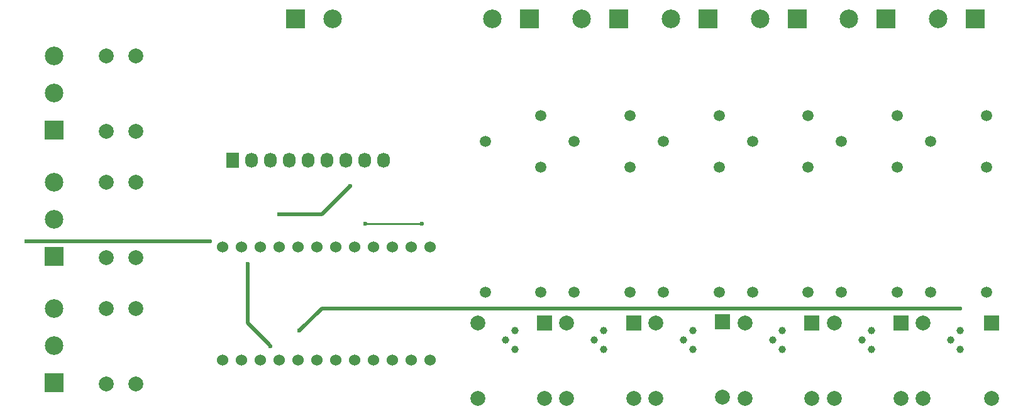
<source format=gbr>
G04 #@! TF.FileFunction,Copper,L1,Top,Signal*
%FSLAX46Y46*%
G04 Gerber Fmt 4.6, Leading zero omitted, Abs format (unit mm)*
G04 Created by KiCad (PCBNEW 4.0.2-2.fc24-product) date Fri 09 Sep 2016 11:29:58 AEST*
%MOMM*%
G01*
G04 APERTURE LIST*
%ADD10C,0.100000*%
%ADD11C,1.500000*%
%ADD12C,1.998980*%
%ADD13R,1.998980X1.998980*%
%ADD14C,2.500000*%
%ADD15R,2.500000X2.500000*%
%ADD16C,1.000760*%
%ADD17R,1.727200X2.032000*%
%ADD18O,1.727200X2.032000*%
%ADD19C,1.524000*%
%ADD20C,0.600000*%
%ADD21C,0.500000*%
%ADD22C,0.250000*%
G04 APERTURE END LIST*
D10*
D11*
X164000000Y-77800000D03*
X171500000Y-77800000D03*
X164000000Y-57500000D03*
X171500000Y-61000000D03*
X171500000Y-54000000D03*
X200000000Y-77800000D03*
X207500000Y-77800000D03*
X200000000Y-57500000D03*
X207500000Y-61000000D03*
X207500000Y-54000000D03*
X176000000Y-77800000D03*
X183500000Y-77800000D03*
X176000000Y-57500000D03*
X183500000Y-61000000D03*
X183500000Y-54000000D03*
D12*
X175000000Y-82000000D03*
X175000000Y-92160000D03*
X160000000Y-92160000D03*
D13*
X160000000Y-82000000D03*
D12*
X172000000Y-92162540D03*
D13*
X172000000Y-82002540D03*
D12*
X184002540Y-92000000D03*
D13*
X184002540Y-81840000D03*
D12*
X196002540Y-92160000D03*
D13*
X196002540Y-82000000D03*
D12*
X208000000Y-92160000D03*
D13*
X208000000Y-82000000D03*
D12*
X220172540Y-92160000D03*
D13*
X220172540Y-82000000D03*
D14*
X94000000Y-46000000D03*
D15*
X94000000Y-56000000D03*
D14*
X94000000Y-51000000D03*
X94000000Y-63000000D03*
D15*
X94000000Y-73000000D03*
D14*
X94000000Y-68000000D03*
X94000000Y-80000000D03*
D15*
X94000000Y-90000000D03*
D14*
X94000000Y-85000000D03*
D15*
X126500000Y-41000000D03*
D14*
X131500000Y-41000000D03*
D16*
X154730000Y-84270000D03*
X156000000Y-83000000D03*
X156000000Y-85540000D03*
X166730000Y-84270000D03*
X168000000Y-83000000D03*
X168000000Y-85540000D03*
X178730000Y-84270000D03*
X180000000Y-83000000D03*
X180000000Y-85540000D03*
X190730000Y-84270000D03*
X192000000Y-83000000D03*
X192000000Y-85540000D03*
X202730000Y-84270000D03*
X204000000Y-83000000D03*
X204000000Y-85540000D03*
X214730000Y-84270000D03*
X216000000Y-83000000D03*
X216000000Y-85540000D03*
D12*
X101000000Y-46000000D03*
X101000000Y-56160000D03*
X101000000Y-63000000D03*
X101000000Y-73160000D03*
X101000000Y-80000000D03*
X101000000Y-90160000D03*
X105000000Y-56160000D03*
X105000000Y-46000000D03*
X105000000Y-73160000D03*
X105000000Y-63000000D03*
X105000000Y-90160000D03*
X105000000Y-80000000D03*
X151000000Y-82000000D03*
X151000000Y-92160000D03*
X163000000Y-82000000D03*
X163000000Y-92160000D03*
X187000000Y-82000000D03*
X187000000Y-92160000D03*
X199000000Y-82000000D03*
X199000000Y-92160000D03*
X211000000Y-82000000D03*
X211000000Y-92160000D03*
D11*
X152000000Y-77800000D03*
X159500000Y-77800000D03*
X152000000Y-57500000D03*
X159500000Y-61000000D03*
X159500000Y-54000000D03*
X188000000Y-77800000D03*
X195500000Y-77800000D03*
X188000000Y-57500000D03*
X195500000Y-61000000D03*
X195500000Y-54000000D03*
X212000000Y-77800000D03*
X219500000Y-77800000D03*
X212000000Y-57500000D03*
X219500000Y-61000000D03*
X219500000Y-54000000D03*
D15*
X158000000Y-41000000D03*
D14*
X153000000Y-41000000D03*
D15*
X170000000Y-41000000D03*
D14*
X165000000Y-41000000D03*
D15*
X182000000Y-41000000D03*
D14*
X177000000Y-41000000D03*
D15*
X206000000Y-41000000D03*
D14*
X201000000Y-41000000D03*
D15*
X218000000Y-41000000D03*
D14*
X213000000Y-41000000D03*
D15*
X194000000Y-41000000D03*
D14*
X189000000Y-41000000D03*
D17*
X118000000Y-60000000D03*
D18*
X120540000Y-60000000D03*
X123080000Y-60000000D03*
X125620000Y-60000000D03*
X128160000Y-60000000D03*
X130700000Y-60000000D03*
X133240000Y-60000000D03*
X135780000Y-60000000D03*
X138320000Y-60000000D03*
D19*
X116680000Y-87000000D03*
X119220000Y-87000000D03*
X121760000Y-87000000D03*
X124300000Y-87000000D03*
X126840000Y-87000000D03*
X129380000Y-87000000D03*
X131920000Y-87000000D03*
X134460000Y-87000000D03*
X137000000Y-87000000D03*
X139540000Y-87000000D03*
X142080000Y-87000000D03*
X144620000Y-87000000D03*
X116680000Y-71760000D03*
X119220000Y-71760000D03*
X121760000Y-71760000D03*
X124300000Y-71760000D03*
X126840000Y-71760000D03*
X129380000Y-71760000D03*
X131920000Y-71760000D03*
X134460000Y-71760000D03*
X137000000Y-71760000D03*
X139540000Y-71760000D03*
X142080000Y-71760000D03*
X144620000Y-71760000D03*
D20*
X114929164Y-70986810D03*
X90259469Y-71000000D03*
X156000000Y-80000000D03*
X168000000Y-80000000D03*
X180000000Y-80000000D03*
X192000000Y-80000000D03*
X204000000Y-80000000D03*
X216000000Y-80000000D03*
X127000000Y-83000000D03*
X123101809Y-85101809D03*
X120000000Y-74000000D03*
X143510000Y-68580000D03*
X135890000Y-68580000D03*
X124300000Y-67310000D03*
X133865010Y-63500000D03*
D21*
X114915974Y-71000000D02*
X114929164Y-70986810D01*
X90259469Y-71000000D02*
X114915974Y-71000000D01*
X130000000Y-80000000D02*
X156000000Y-80000000D01*
X156000000Y-80000000D02*
X168000000Y-80000000D01*
X168000000Y-80000000D02*
X180000000Y-80000000D01*
X180000000Y-80000000D02*
X192000000Y-80000000D01*
X192000000Y-80000000D02*
X204000000Y-80000000D01*
X204000000Y-80000000D02*
X216000000Y-80000000D01*
X127000000Y-83000000D02*
X130000000Y-80000000D01*
X122801810Y-84801810D02*
X123101809Y-85101809D01*
X120000000Y-74000000D02*
X120000000Y-82000000D01*
X120000000Y-82000000D02*
X122801810Y-84801810D01*
D22*
X135890000Y-68580000D02*
X143510000Y-68580000D01*
D21*
X133865010Y-63500000D02*
X130055010Y-67310000D01*
X130055010Y-67310000D02*
X124300000Y-67310000D01*
M02*

</source>
